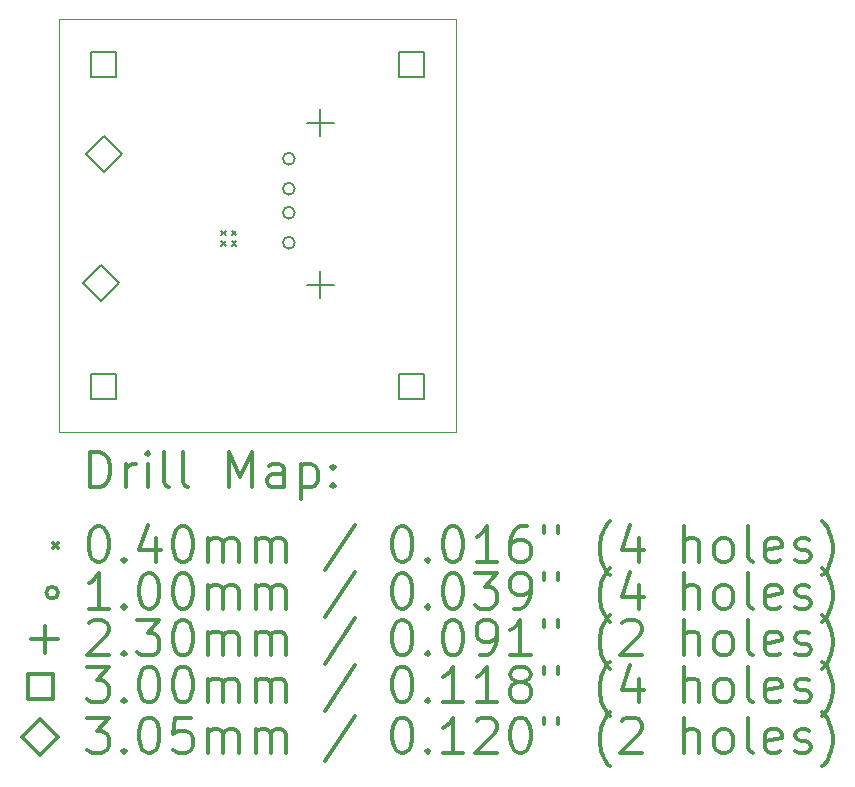
<source format=gbr>
%FSLAX45Y45*%
G04 Gerber Fmt 4.5, Leading zero omitted, Abs format (unit mm)*
G04 Created by KiCad (PCBNEW (2015-07-31 BZR 6030)-product) date Mon Sep  7 21:49:09 2015*
%MOMM*%
G01*
G04 APERTURE LIST*
%ADD10C,0.127000*%
%ADD11C,0.100000*%
%ADD12C,0.200000*%
%ADD13C,0.300000*%
G04 APERTURE END LIST*
D10*
D11*
X14943000Y-12371000D02*
X14943000Y-8878500D01*
X18308500Y-12371000D02*
X14943000Y-12371000D01*
X18308500Y-8878500D02*
X18308500Y-12371000D01*
X17991000Y-8878500D02*
X18308500Y-8878500D01*
X14943000Y-8878500D02*
X17991000Y-8878500D01*
D12*
X16318000Y-10666500D02*
X16358000Y-10706500D01*
X16358000Y-10666500D02*
X16318000Y-10706500D01*
X16318000Y-10756500D02*
X16358000Y-10796500D01*
X16358000Y-10756500D02*
X16318000Y-10796500D01*
X16408000Y-10666500D02*
X16448000Y-10706500D01*
X16448000Y-10666500D02*
X16408000Y-10706500D01*
X16408000Y-10756500D02*
X16448000Y-10796500D01*
X16448000Y-10756500D02*
X16408000Y-10796500D01*
X16941038Y-10058400D02*
G75*
G03X16941038Y-10058400I-50038J0D01*
G01*
X16941038Y-10312400D02*
G75*
G03X16941038Y-10312400I-50038J0D01*
G01*
X16941038Y-10515600D02*
G75*
G03X16941038Y-10515600I-50038J0D01*
G01*
X16941038Y-10769600D02*
G75*
G03X16941038Y-10769600I-50038J0D01*
G01*
X17157700Y-9638538D02*
X17157700Y-9868662D01*
X17042638Y-9753600D02*
X17272762Y-9753600D01*
X17157700Y-11010138D02*
X17157700Y-11240262D01*
X17042638Y-11125200D02*
X17272762Y-11125200D01*
X15430067Y-9365567D02*
X15430067Y-9153433D01*
X15217933Y-9153433D01*
X15217933Y-9365567D01*
X15430067Y-9365567D01*
X15430067Y-12096067D02*
X15430067Y-11883933D01*
X15217933Y-11883933D01*
X15217933Y-12096067D01*
X15430067Y-12096067D01*
X18033567Y-9365567D02*
X18033567Y-9153433D01*
X17821433Y-9153433D01*
X17821433Y-9365567D01*
X18033567Y-9365567D01*
X18033567Y-12096067D02*
X18033567Y-11883933D01*
X17821433Y-11883933D01*
X17821433Y-12096067D01*
X18033567Y-12096067D01*
X15303500Y-11264900D02*
X15455900Y-11112500D01*
X15303500Y-10960100D01*
X15151100Y-11112500D01*
X15303500Y-11264900D01*
X15324000Y-10173900D02*
X15476400Y-10021500D01*
X15324000Y-9869100D01*
X15171600Y-10021500D01*
X15324000Y-10173900D01*
D13*
X15209428Y-12841714D02*
X15209428Y-12541714D01*
X15280857Y-12541714D01*
X15323714Y-12556000D01*
X15352286Y-12584571D01*
X15366571Y-12613143D01*
X15380857Y-12670286D01*
X15380857Y-12713143D01*
X15366571Y-12770286D01*
X15352286Y-12798857D01*
X15323714Y-12827429D01*
X15280857Y-12841714D01*
X15209428Y-12841714D01*
X15509428Y-12841714D02*
X15509428Y-12641714D01*
X15509428Y-12698857D02*
X15523714Y-12670286D01*
X15538000Y-12656000D01*
X15566571Y-12641714D01*
X15595143Y-12641714D01*
X15695143Y-12841714D02*
X15695143Y-12641714D01*
X15695143Y-12541714D02*
X15680857Y-12556000D01*
X15695143Y-12570286D01*
X15709428Y-12556000D01*
X15695143Y-12541714D01*
X15695143Y-12570286D01*
X15880857Y-12841714D02*
X15852286Y-12827429D01*
X15838000Y-12798857D01*
X15838000Y-12541714D01*
X16038000Y-12841714D02*
X16009428Y-12827429D01*
X15995143Y-12798857D01*
X15995143Y-12541714D01*
X16380857Y-12841714D02*
X16380857Y-12541714D01*
X16480857Y-12756000D01*
X16580857Y-12541714D01*
X16580857Y-12841714D01*
X16852286Y-12841714D02*
X16852286Y-12684571D01*
X16838000Y-12656000D01*
X16809429Y-12641714D01*
X16752286Y-12641714D01*
X16723714Y-12656000D01*
X16852286Y-12827429D02*
X16823714Y-12841714D01*
X16752286Y-12841714D01*
X16723714Y-12827429D01*
X16709428Y-12798857D01*
X16709428Y-12770286D01*
X16723714Y-12741714D01*
X16752286Y-12727429D01*
X16823714Y-12727429D01*
X16852286Y-12713143D01*
X16995143Y-12641714D02*
X16995143Y-12941714D01*
X16995143Y-12656000D02*
X17023714Y-12641714D01*
X17080857Y-12641714D01*
X17109429Y-12656000D01*
X17123714Y-12670286D01*
X17138000Y-12698857D01*
X17138000Y-12784571D01*
X17123714Y-12813143D01*
X17109429Y-12827429D01*
X17080857Y-12841714D01*
X17023714Y-12841714D01*
X16995143Y-12827429D01*
X17266571Y-12813143D02*
X17280857Y-12827429D01*
X17266571Y-12841714D01*
X17252286Y-12827429D01*
X17266571Y-12813143D01*
X17266571Y-12841714D01*
X17266571Y-12656000D02*
X17280857Y-12670286D01*
X17266571Y-12684571D01*
X17252286Y-12670286D01*
X17266571Y-12656000D01*
X17266571Y-12684571D01*
X14898000Y-13316000D02*
X14938000Y-13356000D01*
X14938000Y-13316000D02*
X14898000Y-13356000D01*
X15266571Y-13171714D02*
X15295143Y-13171714D01*
X15323714Y-13186000D01*
X15338000Y-13200286D01*
X15352286Y-13228857D01*
X15366571Y-13286000D01*
X15366571Y-13357429D01*
X15352286Y-13414571D01*
X15338000Y-13443143D01*
X15323714Y-13457429D01*
X15295143Y-13471714D01*
X15266571Y-13471714D01*
X15238000Y-13457429D01*
X15223714Y-13443143D01*
X15209428Y-13414571D01*
X15195143Y-13357429D01*
X15195143Y-13286000D01*
X15209428Y-13228857D01*
X15223714Y-13200286D01*
X15238000Y-13186000D01*
X15266571Y-13171714D01*
X15495143Y-13443143D02*
X15509428Y-13457429D01*
X15495143Y-13471714D01*
X15480857Y-13457429D01*
X15495143Y-13443143D01*
X15495143Y-13471714D01*
X15766571Y-13271714D02*
X15766571Y-13471714D01*
X15695143Y-13157429D02*
X15623714Y-13371714D01*
X15809428Y-13371714D01*
X15980857Y-13171714D02*
X16009428Y-13171714D01*
X16038000Y-13186000D01*
X16052286Y-13200286D01*
X16066571Y-13228857D01*
X16080857Y-13286000D01*
X16080857Y-13357429D01*
X16066571Y-13414571D01*
X16052286Y-13443143D01*
X16038000Y-13457429D01*
X16009428Y-13471714D01*
X15980857Y-13471714D01*
X15952286Y-13457429D01*
X15938000Y-13443143D01*
X15923714Y-13414571D01*
X15909428Y-13357429D01*
X15909428Y-13286000D01*
X15923714Y-13228857D01*
X15938000Y-13200286D01*
X15952286Y-13186000D01*
X15980857Y-13171714D01*
X16209428Y-13471714D02*
X16209428Y-13271714D01*
X16209428Y-13300286D02*
X16223714Y-13286000D01*
X16252286Y-13271714D01*
X16295143Y-13271714D01*
X16323714Y-13286000D01*
X16338000Y-13314571D01*
X16338000Y-13471714D01*
X16338000Y-13314571D02*
X16352286Y-13286000D01*
X16380857Y-13271714D01*
X16423714Y-13271714D01*
X16452286Y-13286000D01*
X16466571Y-13314571D01*
X16466571Y-13471714D01*
X16609428Y-13471714D02*
X16609428Y-13271714D01*
X16609428Y-13300286D02*
X16623714Y-13286000D01*
X16652286Y-13271714D01*
X16695143Y-13271714D01*
X16723714Y-13286000D01*
X16738000Y-13314571D01*
X16738000Y-13471714D01*
X16738000Y-13314571D02*
X16752286Y-13286000D01*
X16780857Y-13271714D01*
X16823714Y-13271714D01*
X16852286Y-13286000D01*
X16866571Y-13314571D01*
X16866571Y-13471714D01*
X17452286Y-13157429D02*
X17195143Y-13543143D01*
X17838000Y-13171714D02*
X17866571Y-13171714D01*
X17895143Y-13186000D01*
X17909428Y-13200286D01*
X17923714Y-13228857D01*
X17938000Y-13286000D01*
X17938000Y-13357429D01*
X17923714Y-13414571D01*
X17909428Y-13443143D01*
X17895143Y-13457429D01*
X17866571Y-13471714D01*
X17838000Y-13471714D01*
X17809428Y-13457429D01*
X17795143Y-13443143D01*
X17780857Y-13414571D01*
X17766571Y-13357429D01*
X17766571Y-13286000D01*
X17780857Y-13228857D01*
X17795143Y-13200286D01*
X17809428Y-13186000D01*
X17838000Y-13171714D01*
X18066571Y-13443143D02*
X18080857Y-13457429D01*
X18066571Y-13471714D01*
X18052286Y-13457429D01*
X18066571Y-13443143D01*
X18066571Y-13471714D01*
X18266571Y-13171714D02*
X18295143Y-13171714D01*
X18323714Y-13186000D01*
X18338000Y-13200286D01*
X18352286Y-13228857D01*
X18366571Y-13286000D01*
X18366571Y-13357429D01*
X18352286Y-13414571D01*
X18338000Y-13443143D01*
X18323714Y-13457429D01*
X18295143Y-13471714D01*
X18266571Y-13471714D01*
X18238000Y-13457429D01*
X18223714Y-13443143D01*
X18209428Y-13414571D01*
X18195143Y-13357429D01*
X18195143Y-13286000D01*
X18209428Y-13228857D01*
X18223714Y-13200286D01*
X18238000Y-13186000D01*
X18266571Y-13171714D01*
X18652286Y-13471714D02*
X18480857Y-13471714D01*
X18566571Y-13471714D02*
X18566571Y-13171714D01*
X18538000Y-13214571D01*
X18509428Y-13243143D01*
X18480857Y-13257429D01*
X18909428Y-13171714D02*
X18852286Y-13171714D01*
X18823714Y-13186000D01*
X18809428Y-13200286D01*
X18780857Y-13243143D01*
X18766571Y-13300286D01*
X18766571Y-13414571D01*
X18780857Y-13443143D01*
X18795143Y-13457429D01*
X18823714Y-13471714D01*
X18880857Y-13471714D01*
X18909428Y-13457429D01*
X18923714Y-13443143D01*
X18938000Y-13414571D01*
X18938000Y-13343143D01*
X18923714Y-13314571D01*
X18909428Y-13300286D01*
X18880857Y-13286000D01*
X18823714Y-13286000D01*
X18795143Y-13300286D01*
X18780857Y-13314571D01*
X18766571Y-13343143D01*
X19052286Y-13171714D02*
X19052286Y-13228857D01*
X19166571Y-13171714D02*
X19166571Y-13228857D01*
X19609428Y-13586000D02*
X19595143Y-13571714D01*
X19566571Y-13528857D01*
X19552286Y-13500286D01*
X19538000Y-13457429D01*
X19523714Y-13386000D01*
X19523714Y-13328857D01*
X19538000Y-13257429D01*
X19552286Y-13214571D01*
X19566571Y-13186000D01*
X19595143Y-13143143D01*
X19609428Y-13128857D01*
X19852286Y-13271714D02*
X19852286Y-13471714D01*
X19780857Y-13157429D02*
X19709428Y-13371714D01*
X19895143Y-13371714D01*
X20238000Y-13471714D02*
X20238000Y-13171714D01*
X20366571Y-13471714D02*
X20366571Y-13314571D01*
X20352286Y-13286000D01*
X20323714Y-13271714D01*
X20280857Y-13271714D01*
X20252286Y-13286000D01*
X20238000Y-13300286D01*
X20552286Y-13471714D02*
X20523714Y-13457429D01*
X20509428Y-13443143D01*
X20495143Y-13414571D01*
X20495143Y-13328857D01*
X20509428Y-13300286D01*
X20523714Y-13286000D01*
X20552286Y-13271714D01*
X20595143Y-13271714D01*
X20623714Y-13286000D01*
X20638000Y-13300286D01*
X20652286Y-13328857D01*
X20652286Y-13414571D01*
X20638000Y-13443143D01*
X20623714Y-13457429D01*
X20595143Y-13471714D01*
X20552286Y-13471714D01*
X20823714Y-13471714D02*
X20795143Y-13457429D01*
X20780857Y-13428857D01*
X20780857Y-13171714D01*
X21052286Y-13457429D02*
X21023714Y-13471714D01*
X20966571Y-13471714D01*
X20938000Y-13457429D01*
X20923714Y-13428857D01*
X20923714Y-13314571D01*
X20938000Y-13286000D01*
X20966571Y-13271714D01*
X21023714Y-13271714D01*
X21052286Y-13286000D01*
X21066571Y-13314571D01*
X21066571Y-13343143D01*
X20923714Y-13371714D01*
X21180857Y-13457429D02*
X21209429Y-13471714D01*
X21266571Y-13471714D01*
X21295143Y-13457429D01*
X21309429Y-13428857D01*
X21309429Y-13414571D01*
X21295143Y-13386000D01*
X21266571Y-13371714D01*
X21223714Y-13371714D01*
X21195143Y-13357429D01*
X21180857Y-13328857D01*
X21180857Y-13314571D01*
X21195143Y-13286000D01*
X21223714Y-13271714D01*
X21266571Y-13271714D01*
X21295143Y-13286000D01*
X21409428Y-13586000D02*
X21423714Y-13571714D01*
X21452286Y-13528857D01*
X21466571Y-13500286D01*
X21480857Y-13457429D01*
X21495143Y-13386000D01*
X21495143Y-13328857D01*
X21480857Y-13257429D01*
X21466571Y-13214571D01*
X21452286Y-13186000D01*
X21423714Y-13143143D01*
X21409428Y-13128857D01*
X14938000Y-13732000D02*
G75*
G03X14938000Y-13732000I-50038J0D01*
G01*
X15366571Y-13867714D02*
X15195143Y-13867714D01*
X15280857Y-13867714D02*
X15280857Y-13567714D01*
X15252286Y-13610571D01*
X15223714Y-13639143D01*
X15195143Y-13653429D01*
X15495143Y-13839143D02*
X15509428Y-13853429D01*
X15495143Y-13867714D01*
X15480857Y-13853429D01*
X15495143Y-13839143D01*
X15495143Y-13867714D01*
X15695143Y-13567714D02*
X15723714Y-13567714D01*
X15752286Y-13582000D01*
X15766571Y-13596286D01*
X15780857Y-13624857D01*
X15795143Y-13682000D01*
X15795143Y-13753429D01*
X15780857Y-13810571D01*
X15766571Y-13839143D01*
X15752286Y-13853429D01*
X15723714Y-13867714D01*
X15695143Y-13867714D01*
X15666571Y-13853429D01*
X15652286Y-13839143D01*
X15638000Y-13810571D01*
X15623714Y-13753429D01*
X15623714Y-13682000D01*
X15638000Y-13624857D01*
X15652286Y-13596286D01*
X15666571Y-13582000D01*
X15695143Y-13567714D01*
X15980857Y-13567714D02*
X16009428Y-13567714D01*
X16038000Y-13582000D01*
X16052286Y-13596286D01*
X16066571Y-13624857D01*
X16080857Y-13682000D01*
X16080857Y-13753429D01*
X16066571Y-13810571D01*
X16052286Y-13839143D01*
X16038000Y-13853429D01*
X16009428Y-13867714D01*
X15980857Y-13867714D01*
X15952286Y-13853429D01*
X15938000Y-13839143D01*
X15923714Y-13810571D01*
X15909428Y-13753429D01*
X15909428Y-13682000D01*
X15923714Y-13624857D01*
X15938000Y-13596286D01*
X15952286Y-13582000D01*
X15980857Y-13567714D01*
X16209428Y-13867714D02*
X16209428Y-13667714D01*
X16209428Y-13696286D02*
X16223714Y-13682000D01*
X16252286Y-13667714D01*
X16295143Y-13667714D01*
X16323714Y-13682000D01*
X16338000Y-13710571D01*
X16338000Y-13867714D01*
X16338000Y-13710571D02*
X16352286Y-13682000D01*
X16380857Y-13667714D01*
X16423714Y-13667714D01*
X16452286Y-13682000D01*
X16466571Y-13710571D01*
X16466571Y-13867714D01*
X16609428Y-13867714D02*
X16609428Y-13667714D01*
X16609428Y-13696286D02*
X16623714Y-13682000D01*
X16652286Y-13667714D01*
X16695143Y-13667714D01*
X16723714Y-13682000D01*
X16738000Y-13710571D01*
X16738000Y-13867714D01*
X16738000Y-13710571D02*
X16752286Y-13682000D01*
X16780857Y-13667714D01*
X16823714Y-13667714D01*
X16852286Y-13682000D01*
X16866571Y-13710571D01*
X16866571Y-13867714D01*
X17452286Y-13553429D02*
X17195143Y-13939143D01*
X17838000Y-13567714D02*
X17866571Y-13567714D01*
X17895143Y-13582000D01*
X17909428Y-13596286D01*
X17923714Y-13624857D01*
X17938000Y-13682000D01*
X17938000Y-13753429D01*
X17923714Y-13810571D01*
X17909428Y-13839143D01*
X17895143Y-13853429D01*
X17866571Y-13867714D01*
X17838000Y-13867714D01*
X17809428Y-13853429D01*
X17795143Y-13839143D01*
X17780857Y-13810571D01*
X17766571Y-13753429D01*
X17766571Y-13682000D01*
X17780857Y-13624857D01*
X17795143Y-13596286D01*
X17809428Y-13582000D01*
X17838000Y-13567714D01*
X18066571Y-13839143D02*
X18080857Y-13853429D01*
X18066571Y-13867714D01*
X18052286Y-13853429D01*
X18066571Y-13839143D01*
X18066571Y-13867714D01*
X18266571Y-13567714D02*
X18295143Y-13567714D01*
X18323714Y-13582000D01*
X18338000Y-13596286D01*
X18352286Y-13624857D01*
X18366571Y-13682000D01*
X18366571Y-13753429D01*
X18352286Y-13810571D01*
X18338000Y-13839143D01*
X18323714Y-13853429D01*
X18295143Y-13867714D01*
X18266571Y-13867714D01*
X18238000Y-13853429D01*
X18223714Y-13839143D01*
X18209428Y-13810571D01*
X18195143Y-13753429D01*
X18195143Y-13682000D01*
X18209428Y-13624857D01*
X18223714Y-13596286D01*
X18238000Y-13582000D01*
X18266571Y-13567714D01*
X18466571Y-13567714D02*
X18652286Y-13567714D01*
X18552286Y-13682000D01*
X18595143Y-13682000D01*
X18623714Y-13696286D01*
X18638000Y-13710571D01*
X18652286Y-13739143D01*
X18652286Y-13810571D01*
X18638000Y-13839143D01*
X18623714Y-13853429D01*
X18595143Y-13867714D01*
X18509428Y-13867714D01*
X18480857Y-13853429D01*
X18466571Y-13839143D01*
X18795143Y-13867714D02*
X18852286Y-13867714D01*
X18880857Y-13853429D01*
X18895143Y-13839143D01*
X18923714Y-13796286D01*
X18938000Y-13739143D01*
X18938000Y-13624857D01*
X18923714Y-13596286D01*
X18909428Y-13582000D01*
X18880857Y-13567714D01*
X18823714Y-13567714D01*
X18795143Y-13582000D01*
X18780857Y-13596286D01*
X18766571Y-13624857D01*
X18766571Y-13696286D01*
X18780857Y-13724857D01*
X18795143Y-13739143D01*
X18823714Y-13753429D01*
X18880857Y-13753429D01*
X18909428Y-13739143D01*
X18923714Y-13724857D01*
X18938000Y-13696286D01*
X19052286Y-13567714D02*
X19052286Y-13624857D01*
X19166571Y-13567714D02*
X19166571Y-13624857D01*
X19609428Y-13982000D02*
X19595143Y-13967714D01*
X19566571Y-13924857D01*
X19552286Y-13896286D01*
X19538000Y-13853429D01*
X19523714Y-13782000D01*
X19523714Y-13724857D01*
X19538000Y-13653429D01*
X19552286Y-13610571D01*
X19566571Y-13582000D01*
X19595143Y-13539143D01*
X19609428Y-13524857D01*
X19852286Y-13667714D02*
X19852286Y-13867714D01*
X19780857Y-13553429D02*
X19709428Y-13767714D01*
X19895143Y-13767714D01*
X20238000Y-13867714D02*
X20238000Y-13567714D01*
X20366571Y-13867714D02*
X20366571Y-13710571D01*
X20352286Y-13682000D01*
X20323714Y-13667714D01*
X20280857Y-13667714D01*
X20252286Y-13682000D01*
X20238000Y-13696286D01*
X20552286Y-13867714D02*
X20523714Y-13853429D01*
X20509428Y-13839143D01*
X20495143Y-13810571D01*
X20495143Y-13724857D01*
X20509428Y-13696286D01*
X20523714Y-13682000D01*
X20552286Y-13667714D01*
X20595143Y-13667714D01*
X20623714Y-13682000D01*
X20638000Y-13696286D01*
X20652286Y-13724857D01*
X20652286Y-13810571D01*
X20638000Y-13839143D01*
X20623714Y-13853429D01*
X20595143Y-13867714D01*
X20552286Y-13867714D01*
X20823714Y-13867714D02*
X20795143Y-13853429D01*
X20780857Y-13824857D01*
X20780857Y-13567714D01*
X21052286Y-13853429D02*
X21023714Y-13867714D01*
X20966571Y-13867714D01*
X20938000Y-13853429D01*
X20923714Y-13824857D01*
X20923714Y-13710571D01*
X20938000Y-13682000D01*
X20966571Y-13667714D01*
X21023714Y-13667714D01*
X21052286Y-13682000D01*
X21066571Y-13710571D01*
X21066571Y-13739143D01*
X20923714Y-13767714D01*
X21180857Y-13853429D02*
X21209429Y-13867714D01*
X21266571Y-13867714D01*
X21295143Y-13853429D01*
X21309429Y-13824857D01*
X21309429Y-13810571D01*
X21295143Y-13782000D01*
X21266571Y-13767714D01*
X21223714Y-13767714D01*
X21195143Y-13753429D01*
X21180857Y-13724857D01*
X21180857Y-13710571D01*
X21195143Y-13682000D01*
X21223714Y-13667714D01*
X21266571Y-13667714D01*
X21295143Y-13682000D01*
X21409428Y-13982000D02*
X21423714Y-13967714D01*
X21452286Y-13924857D01*
X21466571Y-13896286D01*
X21480857Y-13853429D01*
X21495143Y-13782000D01*
X21495143Y-13724857D01*
X21480857Y-13653429D01*
X21466571Y-13610571D01*
X21452286Y-13582000D01*
X21423714Y-13539143D01*
X21409428Y-13524857D01*
X14822938Y-14012938D02*
X14822938Y-14243062D01*
X14707876Y-14128000D02*
X14938000Y-14128000D01*
X15195143Y-13992286D02*
X15209428Y-13978000D01*
X15238000Y-13963714D01*
X15309428Y-13963714D01*
X15338000Y-13978000D01*
X15352286Y-13992286D01*
X15366571Y-14020857D01*
X15366571Y-14049429D01*
X15352286Y-14092286D01*
X15180857Y-14263714D01*
X15366571Y-14263714D01*
X15495143Y-14235143D02*
X15509428Y-14249429D01*
X15495143Y-14263714D01*
X15480857Y-14249429D01*
X15495143Y-14235143D01*
X15495143Y-14263714D01*
X15609428Y-13963714D02*
X15795143Y-13963714D01*
X15695143Y-14078000D01*
X15738000Y-14078000D01*
X15766571Y-14092286D01*
X15780857Y-14106571D01*
X15795143Y-14135143D01*
X15795143Y-14206571D01*
X15780857Y-14235143D01*
X15766571Y-14249429D01*
X15738000Y-14263714D01*
X15652286Y-14263714D01*
X15623714Y-14249429D01*
X15609428Y-14235143D01*
X15980857Y-13963714D02*
X16009428Y-13963714D01*
X16038000Y-13978000D01*
X16052286Y-13992286D01*
X16066571Y-14020857D01*
X16080857Y-14078000D01*
X16080857Y-14149429D01*
X16066571Y-14206571D01*
X16052286Y-14235143D01*
X16038000Y-14249429D01*
X16009428Y-14263714D01*
X15980857Y-14263714D01*
X15952286Y-14249429D01*
X15938000Y-14235143D01*
X15923714Y-14206571D01*
X15909428Y-14149429D01*
X15909428Y-14078000D01*
X15923714Y-14020857D01*
X15938000Y-13992286D01*
X15952286Y-13978000D01*
X15980857Y-13963714D01*
X16209428Y-14263714D02*
X16209428Y-14063714D01*
X16209428Y-14092286D02*
X16223714Y-14078000D01*
X16252286Y-14063714D01*
X16295143Y-14063714D01*
X16323714Y-14078000D01*
X16338000Y-14106571D01*
X16338000Y-14263714D01*
X16338000Y-14106571D02*
X16352286Y-14078000D01*
X16380857Y-14063714D01*
X16423714Y-14063714D01*
X16452286Y-14078000D01*
X16466571Y-14106571D01*
X16466571Y-14263714D01*
X16609428Y-14263714D02*
X16609428Y-14063714D01*
X16609428Y-14092286D02*
X16623714Y-14078000D01*
X16652286Y-14063714D01*
X16695143Y-14063714D01*
X16723714Y-14078000D01*
X16738000Y-14106571D01*
X16738000Y-14263714D01*
X16738000Y-14106571D02*
X16752286Y-14078000D01*
X16780857Y-14063714D01*
X16823714Y-14063714D01*
X16852286Y-14078000D01*
X16866571Y-14106571D01*
X16866571Y-14263714D01*
X17452286Y-13949429D02*
X17195143Y-14335143D01*
X17838000Y-13963714D02*
X17866571Y-13963714D01*
X17895143Y-13978000D01*
X17909428Y-13992286D01*
X17923714Y-14020857D01*
X17938000Y-14078000D01*
X17938000Y-14149429D01*
X17923714Y-14206571D01*
X17909428Y-14235143D01*
X17895143Y-14249429D01*
X17866571Y-14263714D01*
X17838000Y-14263714D01*
X17809428Y-14249429D01*
X17795143Y-14235143D01*
X17780857Y-14206571D01*
X17766571Y-14149429D01*
X17766571Y-14078000D01*
X17780857Y-14020857D01*
X17795143Y-13992286D01*
X17809428Y-13978000D01*
X17838000Y-13963714D01*
X18066571Y-14235143D02*
X18080857Y-14249429D01*
X18066571Y-14263714D01*
X18052286Y-14249429D01*
X18066571Y-14235143D01*
X18066571Y-14263714D01*
X18266571Y-13963714D02*
X18295143Y-13963714D01*
X18323714Y-13978000D01*
X18338000Y-13992286D01*
X18352286Y-14020857D01*
X18366571Y-14078000D01*
X18366571Y-14149429D01*
X18352286Y-14206571D01*
X18338000Y-14235143D01*
X18323714Y-14249429D01*
X18295143Y-14263714D01*
X18266571Y-14263714D01*
X18238000Y-14249429D01*
X18223714Y-14235143D01*
X18209428Y-14206571D01*
X18195143Y-14149429D01*
X18195143Y-14078000D01*
X18209428Y-14020857D01*
X18223714Y-13992286D01*
X18238000Y-13978000D01*
X18266571Y-13963714D01*
X18509428Y-14263714D02*
X18566571Y-14263714D01*
X18595143Y-14249429D01*
X18609428Y-14235143D01*
X18638000Y-14192286D01*
X18652286Y-14135143D01*
X18652286Y-14020857D01*
X18638000Y-13992286D01*
X18623714Y-13978000D01*
X18595143Y-13963714D01*
X18538000Y-13963714D01*
X18509428Y-13978000D01*
X18495143Y-13992286D01*
X18480857Y-14020857D01*
X18480857Y-14092286D01*
X18495143Y-14120857D01*
X18509428Y-14135143D01*
X18538000Y-14149429D01*
X18595143Y-14149429D01*
X18623714Y-14135143D01*
X18638000Y-14120857D01*
X18652286Y-14092286D01*
X18938000Y-14263714D02*
X18766571Y-14263714D01*
X18852286Y-14263714D02*
X18852286Y-13963714D01*
X18823714Y-14006571D01*
X18795143Y-14035143D01*
X18766571Y-14049429D01*
X19052286Y-13963714D02*
X19052286Y-14020857D01*
X19166571Y-13963714D02*
X19166571Y-14020857D01*
X19609428Y-14378000D02*
X19595143Y-14363714D01*
X19566571Y-14320857D01*
X19552286Y-14292286D01*
X19538000Y-14249429D01*
X19523714Y-14178000D01*
X19523714Y-14120857D01*
X19538000Y-14049429D01*
X19552286Y-14006571D01*
X19566571Y-13978000D01*
X19595143Y-13935143D01*
X19609428Y-13920857D01*
X19709428Y-13992286D02*
X19723714Y-13978000D01*
X19752286Y-13963714D01*
X19823714Y-13963714D01*
X19852286Y-13978000D01*
X19866571Y-13992286D01*
X19880857Y-14020857D01*
X19880857Y-14049429D01*
X19866571Y-14092286D01*
X19695143Y-14263714D01*
X19880857Y-14263714D01*
X20238000Y-14263714D02*
X20238000Y-13963714D01*
X20366571Y-14263714D02*
X20366571Y-14106571D01*
X20352286Y-14078000D01*
X20323714Y-14063714D01*
X20280857Y-14063714D01*
X20252286Y-14078000D01*
X20238000Y-14092286D01*
X20552286Y-14263714D02*
X20523714Y-14249429D01*
X20509428Y-14235143D01*
X20495143Y-14206571D01*
X20495143Y-14120857D01*
X20509428Y-14092286D01*
X20523714Y-14078000D01*
X20552286Y-14063714D01*
X20595143Y-14063714D01*
X20623714Y-14078000D01*
X20638000Y-14092286D01*
X20652286Y-14120857D01*
X20652286Y-14206571D01*
X20638000Y-14235143D01*
X20623714Y-14249429D01*
X20595143Y-14263714D01*
X20552286Y-14263714D01*
X20823714Y-14263714D02*
X20795143Y-14249429D01*
X20780857Y-14220857D01*
X20780857Y-13963714D01*
X21052286Y-14249429D02*
X21023714Y-14263714D01*
X20966571Y-14263714D01*
X20938000Y-14249429D01*
X20923714Y-14220857D01*
X20923714Y-14106571D01*
X20938000Y-14078000D01*
X20966571Y-14063714D01*
X21023714Y-14063714D01*
X21052286Y-14078000D01*
X21066571Y-14106571D01*
X21066571Y-14135143D01*
X20923714Y-14163714D01*
X21180857Y-14249429D02*
X21209429Y-14263714D01*
X21266571Y-14263714D01*
X21295143Y-14249429D01*
X21309429Y-14220857D01*
X21309429Y-14206571D01*
X21295143Y-14178000D01*
X21266571Y-14163714D01*
X21223714Y-14163714D01*
X21195143Y-14149429D01*
X21180857Y-14120857D01*
X21180857Y-14106571D01*
X21195143Y-14078000D01*
X21223714Y-14063714D01*
X21266571Y-14063714D01*
X21295143Y-14078000D01*
X21409428Y-14378000D02*
X21423714Y-14363714D01*
X21452286Y-14320857D01*
X21466571Y-14292286D01*
X21480857Y-14249429D01*
X21495143Y-14178000D01*
X21495143Y-14120857D01*
X21480857Y-14049429D01*
X21466571Y-14006571D01*
X21452286Y-13978000D01*
X21423714Y-13935143D01*
X21409428Y-13920857D01*
X14894067Y-14630067D02*
X14894067Y-14417933D01*
X14681933Y-14417933D01*
X14681933Y-14630067D01*
X14894067Y-14630067D01*
X15180857Y-14359714D02*
X15366571Y-14359714D01*
X15266571Y-14474000D01*
X15309428Y-14474000D01*
X15338000Y-14488286D01*
X15352286Y-14502571D01*
X15366571Y-14531143D01*
X15366571Y-14602571D01*
X15352286Y-14631143D01*
X15338000Y-14645429D01*
X15309428Y-14659714D01*
X15223714Y-14659714D01*
X15195143Y-14645429D01*
X15180857Y-14631143D01*
X15495143Y-14631143D02*
X15509428Y-14645429D01*
X15495143Y-14659714D01*
X15480857Y-14645429D01*
X15495143Y-14631143D01*
X15495143Y-14659714D01*
X15695143Y-14359714D02*
X15723714Y-14359714D01*
X15752286Y-14374000D01*
X15766571Y-14388286D01*
X15780857Y-14416857D01*
X15795143Y-14474000D01*
X15795143Y-14545429D01*
X15780857Y-14602571D01*
X15766571Y-14631143D01*
X15752286Y-14645429D01*
X15723714Y-14659714D01*
X15695143Y-14659714D01*
X15666571Y-14645429D01*
X15652286Y-14631143D01*
X15638000Y-14602571D01*
X15623714Y-14545429D01*
X15623714Y-14474000D01*
X15638000Y-14416857D01*
X15652286Y-14388286D01*
X15666571Y-14374000D01*
X15695143Y-14359714D01*
X15980857Y-14359714D02*
X16009428Y-14359714D01*
X16038000Y-14374000D01*
X16052286Y-14388286D01*
X16066571Y-14416857D01*
X16080857Y-14474000D01*
X16080857Y-14545429D01*
X16066571Y-14602571D01*
X16052286Y-14631143D01*
X16038000Y-14645429D01*
X16009428Y-14659714D01*
X15980857Y-14659714D01*
X15952286Y-14645429D01*
X15938000Y-14631143D01*
X15923714Y-14602571D01*
X15909428Y-14545429D01*
X15909428Y-14474000D01*
X15923714Y-14416857D01*
X15938000Y-14388286D01*
X15952286Y-14374000D01*
X15980857Y-14359714D01*
X16209428Y-14659714D02*
X16209428Y-14459714D01*
X16209428Y-14488286D02*
X16223714Y-14474000D01*
X16252286Y-14459714D01*
X16295143Y-14459714D01*
X16323714Y-14474000D01*
X16338000Y-14502571D01*
X16338000Y-14659714D01*
X16338000Y-14502571D02*
X16352286Y-14474000D01*
X16380857Y-14459714D01*
X16423714Y-14459714D01*
X16452286Y-14474000D01*
X16466571Y-14502571D01*
X16466571Y-14659714D01*
X16609428Y-14659714D02*
X16609428Y-14459714D01*
X16609428Y-14488286D02*
X16623714Y-14474000D01*
X16652286Y-14459714D01*
X16695143Y-14459714D01*
X16723714Y-14474000D01*
X16738000Y-14502571D01*
X16738000Y-14659714D01*
X16738000Y-14502571D02*
X16752286Y-14474000D01*
X16780857Y-14459714D01*
X16823714Y-14459714D01*
X16852286Y-14474000D01*
X16866571Y-14502571D01*
X16866571Y-14659714D01*
X17452286Y-14345429D02*
X17195143Y-14731143D01*
X17838000Y-14359714D02*
X17866571Y-14359714D01*
X17895143Y-14374000D01*
X17909428Y-14388286D01*
X17923714Y-14416857D01*
X17938000Y-14474000D01*
X17938000Y-14545429D01*
X17923714Y-14602571D01*
X17909428Y-14631143D01*
X17895143Y-14645429D01*
X17866571Y-14659714D01*
X17838000Y-14659714D01*
X17809428Y-14645429D01*
X17795143Y-14631143D01*
X17780857Y-14602571D01*
X17766571Y-14545429D01*
X17766571Y-14474000D01*
X17780857Y-14416857D01*
X17795143Y-14388286D01*
X17809428Y-14374000D01*
X17838000Y-14359714D01*
X18066571Y-14631143D02*
X18080857Y-14645429D01*
X18066571Y-14659714D01*
X18052286Y-14645429D01*
X18066571Y-14631143D01*
X18066571Y-14659714D01*
X18366571Y-14659714D02*
X18195143Y-14659714D01*
X18280857Y-14659714D02*
X18280857Y-14359714D01*
X18252286Y-14402571D01*
X18223714Y-14431143D01*
X18195143Y-14445429D01*
X18652286Y-14659714D02*
X18480857Y-14659714D01*
X18566571Y-14659714D02*
X18566571Y-14359714D01*
X18538000Y-14402571D01*
X18509428Y-14431143D01*
X18480857Y-14445429D01*
X18823714Y-14488286D02*
X18795143Y-14474000D01*
X18780857Y-14459714D01*
X18766571Y-14431143D01*
X18766571Y-14416857D01*
X18780857Y-14388286D01*
X18795143Y-14374000D01*
X18823714Y-14359714D01*
X18880857Y-14359714D01*
X18909428Y-14374000D01*
X18923714Y-14388286D01*
X18938000Y-14416857D01*
X18938000Y-14431143D01*
X18923714Y-14459714D01*
X18909428Y-14474000D01*
X18880857Y-14488286D01*
X18823714Y-14488286D01*
X18795143Y-14502571D01*
X18780857Y-14516857D01*
X18766571Y-14545429D01*
X18766571Y-14602571D01*
X18780857Y-14631143D01*
X18795143Y-14645429D01*
X18823714Y-14659714D01*
X18880857Y-14659714D01*
X18909428Y-14645429D01*
X18923714Y-14631143D01*
X18938000Y-14602571D01*
X18938000Y-14545429D01*
X18923714Y-14516857D01*
X18909428Y-14502571D01*
X18880857Y-14488286D01*
X19052286Y-14359714D02*
X19052286Y-14416857D01*
X19166571Y-14359714D02*
X19166571Y-14416857D01*
X19609428Y-14774000D02*
X19595143Y-14759714D01*
X19566571Y-14716857D01*
X19552286Y-14688286D01*
X19538000Y-14645429D01*
X19523714Y-14574000D01*
X19523714Y-14516857D01*
X19538000Y-14445429D01*
X19552286Y-14402571D01*
X19566571Y-14374000D01*
X19595143Y-14331143D01*
X19609428Y-14316857D01*
X19852286Y-14459714D02*
X19852286Y-14659714D01*
X19780857Y-14345429D02*
X19709428Y-14559714D01*
X19895143Y-14559714D01*
X20238000Y-14659714D02*
X20238000Y-14359714D01*
X20366571Y-14659714D02*
X20366571Y-14502571D01*
X20352286Y-14474000D01*
X20323714Y-14459714D01*
X20280857Y-14459714D01*
X20252286Y-14474000D01*
X20238000Y-14488286D01*
X20552286Y-14659714D02*
X20523714Y-14645429D01*
X20509428Y-14631143D01*
X20495143Y-14602571D01*
X20495143Y-14516857D01*
X20509428Y-14488286D01*
X20523714Y-14474000D01*
X20552286Y-14459714D01*
X20595143Y-14459714D01*
X20623714Y-14474000D01*
X20638000Y-14488286D01*
X20652286Y-14516857D01*
X20652286Y-14602571D01*
X20638000Y-14631143D01*
X20623714Y-14645429D01*
X20595143Y-14659714D01*
X20552286Y-14659714D01*
X20823714Y-14659714D02*
X20795143Y-14645429D01*
X20780857Y-14616857D01*
X20780857Y-14359714D01*
X21052286Y-14645429D02*
X21023714Y-14659714D01*
X20966571Y-14659714D01*
X20938000Y-14645429D01*
X20923714Y-14616857D01*
X20923714Y-14502571D01*
X20938000Y-14474000D01*
X20966571Y-14459714D01*
X21023714Y-14459714D01*
X21052286Y-14474000D01*
X21066571Y-14502571D01*
X21066571Y-14531143D01*
X20923714Y-14559714D01*
X21180857Y-14645429D02*
X21209429Y-14659714D01*
X21266571Y-14659714D01*
X21295143Y-14645429D01*
X21309429Y-14616857D01*
X21309429Y-14602571D01*
X21295143Y-14574000D01*
X21266571Y-14559714D01*
X21223714Y-14559714D01*
X21195143Y-14545429D01*
X21180857Y-14516857D01*
X21180857Y-14502571D01*
X21195143Y-14474000D01*
X21223714Y-14459714D01*
X21266571Y-14459714D01*
X21295143Y-14474000D01*
X21409428Y-14774000D02*
X21423714Y-14759714D01*
X21452286Y-14716857D01*
X21466571Y-14688286D01*
X21480857Y-14645429D01*
X21495143Y-14574000D01*
X21495143Y-14516857D01*
X21480857Y-14445429D01*
X21466571Y-14402571D01*
X21452286Y-14374000D01*
X21423714Y-14331143D01*
X21409428Y-14316857D01*
X14785600Y-15106400D02*
X14938000Y-14954000D01*
X14785600Y-14801600D01*
X14633200Y-14954000D01*
X14785600Y-15106400D01*
X15180857Y-14789714D02*
X15366571Y-14789714D01*
X15266571Y-14904000D01*
X15309428Y-14904000D01*
X15338000Y-14918286D01*
X15352286Y-14932571D01*
X15366571Y-14961143D01*
X15366571Y-15032571D01*
X15352286Y-15061143D01*
X15338000Y-15075429D01*
X15309428Y-15089714D01*
X15223714Y-15089714D01*
X15195143Y-15075429D01*
X15180857Y-15061143D01*
X15495143Y-15061143D02*
X15509428Y-15075429D01*
X15495143Y-15089714D01*
X15480857Y-15075429D01*
X15495143Y-15061143D01*
X15495143Y-15089714D01*
X15695143Y-14789714D02*
X15723714Y-14789714D01*
X15752286Y-14804000D01*
X15766571Y-14818286D01*
X15780857Y-14846857D01*
X15795143Y-14904000D01*
X15795143Y-14975429D01*
X15780857Y-15032571D01*
X15766571Y-15061143D01*
X15752286Y-15075429D01*
X15723714Y-15089714D01*
X15695143Y-15089714D01*
X15666571Y-15075429D01*
X15652286Y-15061143D01*
X15638000Y-15032571D01*
X15623714Y-14975429D01*
X15623714Y-14904000D01*
X15638000Y-14846857D01*
X15652286Y-14818286D01*
X15666571Y-14804000D01*
X15695143Y-14789714D01*
X16066571Y-14789714D02*
X15923714Y-14789714D01*
X15909428Y-14932571D01*
X15923714Y-14918286D01*
X15952286Y-14904000D01*
X16023714Y-14904000D01*
X16052286Y-14918286D01*
X16066571Y-14932571D01*
X16080857Y-14961143D01*
X16080857Y-15032571D01*
X16066571Y-15061143D01*
X16052286Y-15075429D01*
X16023714Y-15089714D01*
X15952286Y-15089714D01*
X15923714Y-15075429D01*
X15909428Y-15061143D01*
X16209428Y-15089714D02*
X16209428Y-14889714D01*
X16209428Y-14918286D02*
X16223714Y-14904000D01*
X16252286Y-14889714D01*
X16295143Y-14889714D01*
X16323714Y-14904000D01*
X16338000Y-14932571D01*
X16338000Y-15089714D01*
X16338000Y-14932571D02*
X16352286Y-14904000D01*
X16380857Y-14889714D01*
X16423714Y-14889714D01*
X16452286Y-14904000D01*
X16466571Y-14932571D01*
X16466571Y-15089714D01*
X16609428Y-15089714D02*
X16609428Y-14889714D01*
X16609428Y-14918286D02*
X16623714Y-14904000D01*
X16652286Y-14889714D01*
X16695143Y-14889714D01*
X16723714Y-14904000D01*
X16738000Y-14932571D01*
X16738000Y-15089714D01*
X16738000Y-14932571D02*
X16752286Y-14904000D01*
X16780857Y-14889714D01*
X16823714Y-14889714D01*
X16852286Y-14904000D01*
X16866571Y-14932571D01*
X16866571Y-15089714D01*
X17452286Y-14775429D02*
X17195143Y-15161143D01*
X17838000Y-14789714D02*
X17866571Y-14789714D01*
X17895143Y-14804000D01*
X17909428Y-14818286D01*
X17923714Y-14846857D01*
X17938000Y-14904000D01*
X17938000Y-14975429D01*
X17923714Y-15032571D01*
X17909428Y-15061143D01*
X17895143Y-15075429D01*
X17866571Y-15089714D01*
X17838000Y-15089714D01*
X17809428Y-15075429D01*
X17795143Y-15061143D01*
X17780857Y-15032571D01*
X17766571Y-14975429D01*
X17766571Y-14904000D01*
X17780857Y-14846857D01*
X17795143Y-14818286D01*
X17809428Y-14804000D01*
X17838000Y-14789714D01*
X18066571Y-15061143D02*
X18080857Y-15075429D01*
X18066571Y-15089714D01*
X18052286Y-15075429D01*
X18066571Y-15061143D01*
X18066571Y-15089714D01*
X18366571Y-15089714D02*
X18195143Y-15089714D01*
X18280857Y-15089714D02*
X18280857Y-14789714D01*
X18252286Y-14832571D01*
X18223714Y-14861143D01*
X18195143Y-14875429D01*
X18480857Y-14818286D02*
X18495143Y-14804000D01*
X18523714Y-14789714D01*
X18595143Y-14789714D01*
X18623714Y-14804000D01*
X18638000Y-14818286D01*
X18652286Y-14846857D01*
X18652286Y-14875429D01*
X18638000Y-14918286D01*
X18466571Y-15089714D01*
X18652286Y-15089714D01*
X18838000Y-14789714D02*
X18866571Y-14789714D01*
X18895143Y-14804000D01*
X18909428Y-14818286D01*
X18923714Y-14846857D01*
X18938000Y-14904000D01*
X18938000Y-14975429D01*
X18923714Y-15032571D01*
X18909428Y-15061143D01*
X18895143Y-15075429D01*
X18866571Y-15089714D01*
X18838000Y-15089714D01*
X18809428Y-15075429D01*
X18795143Y-15061143D01*
X18780857Y-15032571D01*
X18766571Y-14975429D01*
X18766571Y-14904000D01*
X18780857Y-14846857D01*
X18795143Y-14818286D01*
X18809428Y-14804000D01*
X18838000Y-14789714D01*
X19052286Y-14789714D02*
X19052286Y-14846857D01*
X19166571Y-14789714D02*
X19166571Y-14846857D01*
X19609428Y-15204000D02*
X19595143Y-15189714D01*
X19566571Y-15146857D01*
X19552286Y-15118286D01*
X19538000Y-15075429D01*
X19523714Y-15004000D01*
X19523714Y-14946857D01*
X19538000Y-14875429D01*
X19552286Y-14832571D01*
X19566571Y-14804000D01*
X19595143Y-14761143D01*
X19609428Y-14746857D01*
X19709428Y-14818286D02*
X19723714Y-14804000D01*
X19752286Y-14789714D01*
X19823714Y-14789714D01*
X19852286Y-14804000D01*
X19866571Y-14818286D01*
X19880857Y-14846857D01*
X19880857Y-14875429D01*
X19866571Y-14918286D01*
X19695143Y-15089714D01*
X19880857Y-15089714D01*
X20238000Y-15089714D02*
X20238000Y-14789714D01*
X20366571Y-15089714D02*
X20366571Y-14932571D01*
X20352286Y-14904000D01*
X20323714Y-14889714D01*
X20280857Y-14889714D01*
X20252286Y-14904000D01*
X20238000Y-14918286D01*
X20552286Y-15089714D02*
X20523714Y-15075429D01*
X20509428Y-15061143D01*
X20495143Y-15032571D01*
X20495143Y-14946857D01*
X20509428Y-14918286D01*
X20523714Y-14904000D01*
X20552286Y-14889714D01*
X20595143Y-14889714D01*
X20623714Y-14904000D01*
X20638000Y-14918286D01*
X20652286Y-14946857D01*
X20652286Y-15032571D01*
X20638000Y-15061143D01*
X20623714Y-15075429D01*
X20595143Y-15089714D01*
X20552286Y-15089714D01*
X20823714Y-15089714D02*
X20795143Y-15075429D01*
X20780857Y-15046857D01*
X20780857Y-14789714D01*
X21052286Y-15075429D02*
X21023714Y-15089714D01*
X20966571Y-15089714D01*
X20938000Y-15075429D01*
X20923714Y-15046857D01*
X20923714Y-14932571D01*
X20938000Y-14904000D01*
X20966571Y-14889714D01*
X21023714Y-14889714D01*
X21052286Y-14904000D01*
X21066571Y-14932571D01*
X21066571Y-14961143D01*
X20923714Y-14989714D01*
X21180857Y-15075429D02*
X21209429Y-15089714D01*
X21266571Y-15089714D01*
X21295143Y-15075429D01*
X21309429Y-15046857D01*
X21309429Y-15032571D01*
X21295143Y-15004000D01*
X21266571Y-14989714D01*
X21223714Y-14989714D01*
X21195143Y-14975429D01*
X21180857Y-14946857D01*
X21180857Y-14932571D01*
X21195143Y-14904000D01*
X21223714Y-14889714D01*
X21266571Y-14889714D01*
X21295143Y-14904000D01*
X21409428Y-15204000D02*
X21423714Y-15189714D01*
X21452286Y-15146857D01*
X21466571Y-15118286D01*
X21480857Y-15075429D01*
X21495143Y-15004000D01*
X21495143Y-14946857D01*
X21480857Y-14875429D01*
X21466571Y-14832571D01*
X21452286Y-14804000D01*
X21423714Y-14761143D01*
X21409428Y-14746857D01*
M02*

</source>
